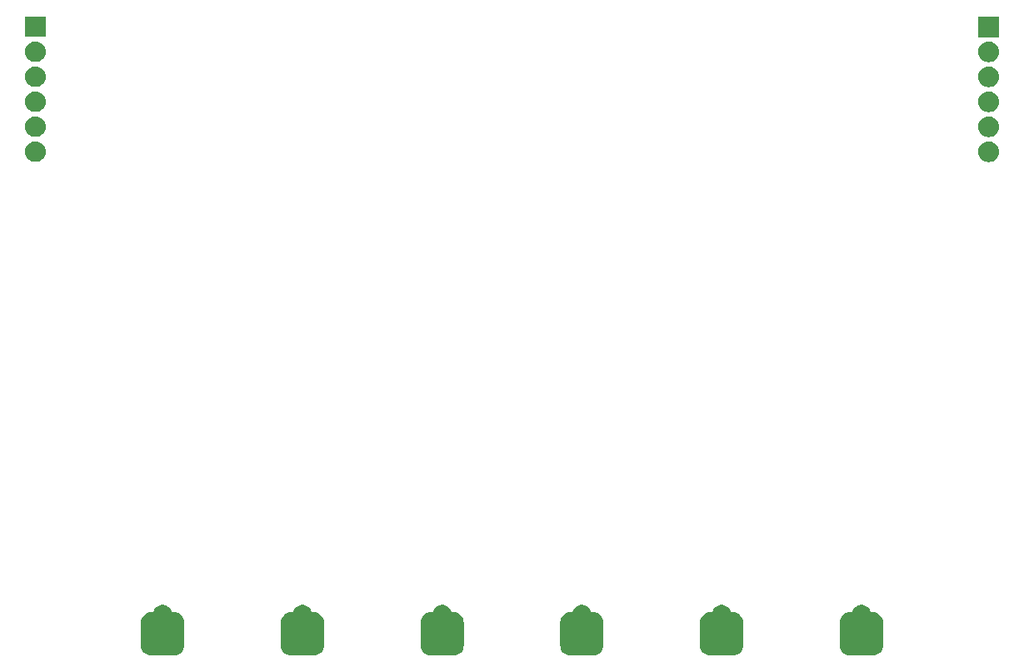
<source format=gbr>
G04 #@! TF.GenerationSoftware,KiCad,Pcbnew,5.0.2-bee76a0~70~ubuntu18.04.1*
G04 #@! TF.CreationDate,2018-12-10T16:15:13+09:00*
G04 #@! TF.ProjectId,2019_01,32303139-5f30-4312-9e6b-696361645f70,rev?*
G04 #@! TF.SameCoordinates,Original*
G04 #@! TF.FileFunction,Soldermask,Bot*
G04 #@! TF.FilePolarity,Negative*
%FSLAX46Y46*%
G04 Gerber Fmt 4.6, Leading zero omitted, Abs format (unit mm)*
G04 Created by KiCad (PCBNEW 5.0.2-bee76a0~70~ubuntu18.04.1) date 2018年12月10日 16時15分13秒*
%MOMM*%
%LPD*%
G01*
G04 APERTURE LIST*
%ADD10C,0.100000*%
G04 APERTURE END LIST*
D10*
G36*
X151345603Y-100020568D02*
X151345606Y-100020569D01*
X151345605Y-100020569D01*
X151520678Y-100093086D01*
X151520679Y-100093087D01*
X151678241Y-100198367D01*
X151812233Y-100332359D01*
X151812234Y-100332361D01*
X151917514Y-100489922D01*
X151951119Y-100571052D01*
X151991457Y-100668436D01*
X152003009Y-100690047D01*
X152018554Y-100708989D01*
X152037496Y-100724534D01*
X152059107Y-100736085D01*
X152082556Y-100743198D01*
X152106942Y-100745600D01*
X152221360Y-100745600D01*
X152429784Y-100766128D01*
X152624304Y-100825135D01*
X152803566Y-100920953D01*
X152960696Y-101049904D01*
X153089647Y-101207034D01*
X153185465Y-101386296D01*
X153244472Y-101580816D01*
X153265000Y-101789240D01*
X153265000Y-104101960D01*
X153244472Y-104310384D01*
X153185465Y-104504904D01*
X153089647Y-104684166D01*
X152960696Y-104841296D01*
X152803566Y-104970247D01*
X152624304Y-105066065D01*
X152429784Y-105125072D01*
X152221360Y-105145600D01*
X149908640Y-105145600D01*
X149700216Y-105125072D01*
X149505696Y-105066065D01*
X149326434Y-104970247D01*
X149169304Y-104841296D01*
X149040353Y-104684166D01*
X148944535Y-104504904D01*
X148885528Y-104310384D01*
X148865000Y-104101960D01*
X148865000Y-101789240D01*
X148885528Y-101580816D01*
X148944535Y-101386296D01*
X149040353Y-101207034D01*
X149169304Y-101049904D01*
X149326434Y-100920953D01*
X149505696Y-100825135D01*
X149700216Y-100766128D01*
X149908640Y-100745600D01*
X150023058Y-100745600D01*
X150047444Y-100743198D01*
X150070893Y-100736085D01*
X150092504Y-100724534D01*
X150111446Y-100708988D01*
X150126992Y-100690046D01*
X150138543Y-100668436D01*
X150178881Y-100571052D01*
X150212486Y-100489922D01*
X150317766Y-100332361D01*
X150317767Y-100332359D01*
X150451759Y-100198367D01*
X150609321Y-100093087D01*
X150609322Y-100093086D01*
X150784395Y-100020569D01*
X150784394Y-100020569D01*
X150784397Y-100020568D01*
X150970250Y-99983600D01*
X151159750Y-99983600D01*
X151345603Y-100020568D01*
X151345603Y-100020568D01*
G37*
G36*
X165545603Y-100020568D02*
X165545606Y-100020569D01*
X165545605Y-100020569D01*
X165720678Y-100093086D01*
X165720679Y-100093087D01*
X165878241Y-100198367D01*
X166012233Y-100332359D01*
X166012234Y-100332361D01*
X166117514Y-100489922D01*
X166151119Y-100571052D01*
X166191457Y-100668436D01*
X166203009Y-100690047D01*
X166218554Y-100708989D01*
X166237496Y-100724534D01*
X166259107Y-100736085D01*
X166282556Y-100743198D01*
X166306942Y-100745600D01*
X166421360Y-100745600D01*
X166629784Y-100766128D01*
X166824304Y-100825135D01*
X167003566Y-100920953D01*
X167160696Y-101049904D01*
X167289647Y-101207034D01*
X167385465Y-101386296D01*
X167444472Y-101580816D01*
X167465000Y-101789240D01*
X167465000Y-104101960D01*
X167444472Y-104310384D01*
X167385465Y-104504904D01*
X167289647Y-104684166D01*
X167160696Y-104841296D01*
X167003566Y-104970247D01*
X166824304Y-105066065D01*
X166629784Y-105125072D01*
X166421360Y-105145600D01*
X164108640Y-105145600D01*
X163900216Y-105125072D01*
X163705696Y-105066065D01*
X163526434Y-104970247D01*
X163369304Y-104841296D01*
X163240353Y-104684166D01*
X163144535Y-104504904D01*
X163085528Y-104310384D01*
X163065000Y-104101960D01*
X163065000Y-101789240D01*
X163085528Y-101580816D01*
X163144535Y-101386296D01*
X163240353Y-101207034D01*
X163369304Y-101049904D01*
X163526434Y-100920953D01*
X163705696Y-100825135D01*
X163900216Y-100766128D01*
X164108640Y-100745600D01*
X164223058Y-100745600D01*
X164247444Y-100743198D01*
X164270893Y-100736085D01*
X164292504Y-100724534D01*
X164311446Y-100708988D01*
X164326992Y-100690046D01*
X164338543Y-100668436D01*
X164378881Y-100571052D01*
X164412486Y-100489922D01*
X164517766Y-100332361D01*
X164517767Y-100332359D01*
X164651759Y-100198367D01*
X164809321Y-100093087D01*
X164809322Y-100093086D01*
X164984395Y-100020569D01*
X164984394Y-100020569D01*
X164984397Y-100020568D01*
X165170250Y-99983600D01*
X165359750Y-99983600D01*
X165545603Y-100020568D01*
X165545603Y-100020568D01*
G37*
G36*
X222345603Y-100020568D02*
X222345606Y-100020569D01*
X222345605Y-100020569D01*
X222520678Y-100093086D01*
X222520679Y-100093087D01*
X222678241Y-100198367D01*
X222812233Y-100332359D01*
X222812234Y-100332361D01*
X222917514Y-100489922D01*
X222951119Y-100571052D01*
X222991457Y-100668436D01*
X223003009Y-100690047D01*
X223018554Y-100708989D01*
X223037496Y-100724534D01*
X223059107Y-100736085D01*
X223082556Y-100743198D01*
X223106942Y-100745600D01*
X223221360Y-100745600D01*
X223429784Y-100766128D01*
X223624304Y-100825135D01*
X223803566Y-100920953D01*
X223960696Y-101049904D01*
X224089647Y-101207034D01*
X224185465Y-101386296D01*
X224244472Y-101580816D01*
X224265000Y-101789240D01*
X224265000Y-104101960D01*
X224244472Y-104310384D01*
X224185465Y-104504904D01*
X224089647Y-104684166D01*
X223960696Y-104841296D01*
X223803566Y-104970247D01*
X223624304Y-105066065D01*
X223429784Y-105125072D01*
X223221360Y-105145600D01*
X220908640Y-105145600D01*
X220700216Y-105125072D01*
X220505696Y-105066065D01*
X220326434Y-104970247D01*
X220169304Y-104841296D01*
X220040353Y-104684166D01*
X219944535Y-104504904D01*
X219885528Y-104310384D01*
X219865000Y-104101960D01*
X219865000Y-101789240D01*
X219885528Y-101580816D01*
X219944535Y-101386296D01*
X220040353Y-101207034D01*
X220169304Y-101049904D01*
X220326434Y-100920953D01*
X220505696Y-100825135D01*
X220700216Y-100766128D01*
X220908640Y-100745600D01*
X221023058Y-100745600D01*
X221047444Y-100743198D01*
X221070893Y-100736085D01*
X221092504Y-100724534D01*
X221111446Y-100708988D01*
X221126992Y-100690046D01*
X221138543Y-100668436D01*
X221178881Y-100571052D01*
X221212486Y-100489922D01*
X221317766Y-100332361D01*
X221317767Y-100332359D01*
X221451759Y-100198367D01*
X221609321Y-100093087D01*
X221609322Y-100093086D01*
X221784395Y-100020569D01*
X221784394Y-100020569D01*
X221784397Y-100020568D01*
X221970250Y-99983600D01*
X222159750Y-99983600D01*
X222345603Y-100020568D01*
X222345603Y-100020568D01*
G37*
G36*
X179745603Y-100020568D02*
X179745606Y-100020569D01*
X179745605Y-100020569D01*
X179920678Y-100093086D01*
X179920679Y-100093087D01*
X180078241Y-100198367D01*
X180212233Y-100332359D01*
X180212234Y-100332361D01*
X180317514Y-100489922D01*
X180351119Y-100571052D01*
X180391457Y-100668436D01*
X180403009Y-100690047D01*
X180418554Y-100708989D01*
X180437496Y-100724534D01*
X180459107Y-100736085D01*
X180482556Y-100743198D01*
X180506942Y-100745600D01*
X180621360Y-100745600D01*
X180829784Y-100766128D01*
X181024304Y-100825135D01*
X181203566Y-100920953D01*
X181360696Y-101049904D01*
X181489647Y-101207034D01*
X181585465Y-101386296D01*
X181644472Y-101580816D01*
X181665000Y-101789240D01*
X181665000Y-104101960D01*
X181644472Y-104310384D01*
X181585465Y-104504904D01*
X181489647Y-104684166D01*
X181360696Y-104841296D01*
X181203566Y-104970247D01*
X181024304Y-105066065D01*
X180829784Y-105125072D01*
X180621360Y-105145600D01*
X178308640Y-105145600D01*
X178100216Y-105125072D01*
X177905696Y-105066065D01*
X177726434Y-104970247D01*
X177569304Y-104841296D01*
X177440353Y-104684166D01*
X177344535Y-104504904D01*
X177285528Y-104310384D01*
X177265000Y-104101960D01*
X177265000Y-101789240D01*
X177285528Y-101580816D01*
X177344535Y-101386296D01*
X177440353Y-101207034D01*
X177569304Y-101049904D01*
X177726434Y-100920953D01*
X177905696Y-100825135D01*
X178100216Y-100766128D01*
X178308640Y-100745600D01*
X178423058Y-100745600D01*
X178447444Y-100743198D01*
X178470893Y-100736085D01*
X178492504Y-100724534D01*
X178511446Y-100708988D01*
X178526992Y-100690046D01*
X178538543Y-100668436D01*
X178578881Y-100571052D01*
X178612486Y-100489922D01*
X178717766Y-100332361D01*
X178717767Y-100332359D01*
X178851759Y-100198367D01*
X179009321Y-100093087D01*
X179009322Y-100093086D01*
X179184395Y-100020569D01*
X179184394Y-100020569D01*
X179184397Y-100020568D01*
X179370250Y-99983600D01*
X179559750Y-99983600D01*
X179745603Y-100020568D01*
X179745603Y-100020568D01*
G37*
G36*
X193945603Y-100020568D02*
X193945606Y-100020569D01*
X193945605Y-100020569D01*
X194120678Y-100093086D01*
X194120679Y-100093087D01*
X194278241Y-100198367D01*
X194412233Y-100332359D01*
X194412234Y-100332361D01*
X194517514Y-100489922D01*
X194551119Y-100571052D01*
X194591457Y-100668436D01*
X194603009Y-100690047D01*
X194618554Y-100708989D01*
X194637496Y-100724534D01*
X194659107Y-100736085D01*
X194682556Y-100743198D01*
X194706942Y-100745600D01*
X194821360Y-100745600D01*
X195029784Y-100766128D01*
X195224304Y-100825135D01*
X195403566Y-100920953D01*
X195560696Y-101049904D01*
X195689647Y-101207034D01*
X195785465Y-101386296D01*
X195844472Y-101580816D01*
X195865000Y-101789240D01*
X195865000Y-104101960D01*
X195844472Y-104310384D01*
X195785465Y-104504904D01*
X195689647Y-104684166D01*
X195560696Y-104841296D01*
X195403566Y-104970247D01*
X195224304Y-105066065D01*
X195029784Y-105125072D01*
X194821360Y-105145600D01*
X192508640Y-105145600D01*
X192300216Y-105125072D01*
X192105696Y-105066065D01*
X191926434Y-104970247D01*
X191769304Y-104841296D01*
X191640353Y-104684166D01*
X191544535Y-104504904D01*
X191485528Y-104310384D01*
X191465000Y-104101960D01*
X191465000Y-101789240D01*
X191485528Y-101580816D01*
X191544535Y-101386296D01*
X191640353Y-101207034D01*
X191769304Y-101049904D01*
X191926434Y-100920953D01*
X192105696Y-100825135D01*
X192300216Y-100766128D01*
X192508640Y-100745600D01*
X192623058Y-100745600D01*
X192647444Y-100743198D01*
X192670893Y-100736085D01*
X192692504Y-100724534D01*
X192711446Y-100708988D01*
X192726992Y-100690046D01*
X192738543Y-100668436D01*
X192778881Y-100571052D01*
X192812486Y-100489922D01*
X192917766Y-100332361D01*
X192917767Y-100332359D01*
X193051759Y-100198367D01*
X193209321Y-100093087D01*
X193209322Y-100093086D01*
X193384395Y-100020569D01*
X193384394Y-100020569D01*
X193384397Y-100020568D01*
X193570250Y-99983600D01*
X193759750Y-99983600D01*
X193945603Y-100020568D01*
X193945603Y-100020568D01*
G37*
G36*
X208145603Y-100020568D02*
X208145606Y-100020569D01*
X208145605Y-100020569D01*
X208320678Y-100093086D01*
X208320679Y-100093087D01*
X208478241Y-100198367D01*
X208612233Y-100332359D01*
X208612234Y-100332361D01*
X208717514Y-100489922D01*
X208751119Y-100571052D01*
X208791457Y-100668436D01*
X208803009Y-100690047D01*
X208818554Y-100708989D01*
X208837496Y-100724534D01*
X208859107Y-100736085D01*
X208882556Y-100743198D01*
X208906942Y-100745600D01*
X209021360Y-100745600D01*
X209229784Y-100766128D01*
X209424304Y-100825135D01*
X209603566Y-100920953D01*
X209760696Y-101049904D01*
X209889647Y-101207034D01*
X209985465Y-101386296D01*
X210044472Y-101580816D01*
X210065000Y-101789240D01*
X210065000Y-104101960D01*
X210044472Y-104310384D01*
X209985465Y-104504904D01*
X209889647Y-104684166D01*
X209760696Y-104841296D01*
X209603566Y-104970247D01*
X209424304Y-105066065D01*
X209229784Y-105125072D01*
X209021360Y-105145600D01*
X206708640Y-105145600D01*
X206500216Y-105125072D01*
X206305696Y-105066065D01*
X206126434Y-104970247D01*
X205969304Y-104841296D01*
X205840353Y-104684166D01*
X205744535Y-104504904D01*
X205685528Y-104310384D01*
X205665000Y-104101960D01*
X205665000Y-101789240D01*
X205685528Y-101580816D01*
X205744535Y-101386296D01*
X205840353Y-101207034D01*
X205969304Y-101049904D01*
X206126434Y-100920953D01*
X206305696Y-100825135D01*
X206500216Y-100766128D01*
X206708640Y-100745600D01*
X206823058Y-100745600D01*
X206847444Y-100743198D01*
X206870893Y-100736085D01*
X206892504Y-100724534D01*
X206911446Y-100708988D01*
X206926992Y-100690046D01*
X206938543Y-100668436D01*
X206978881Y-100571052D01*
X207012486Y-100489922D01*
X207117766Y-100332361D01*
X207117767Y-100332359D01*
X207251759Y-100198367D01*
X207409321Y-100093087D01*
X207409322Y-100093086D01*
X207584395Y-100020569D01*
X207584394Y-100020569D01*
X207584397Y-100020568D01*
X207770250Y-99983600D01*
X207959750Y-99983600D01*
X208145603Y-100020568D01*
X208145603Y-100020568D01*
G37*
G36*
X235134707Y-52876697D02*
X235211836Y-52884293D01*
X235343787Y-52924320D01*
X235409763Y-52944333D01*
X235592172Y-53041833D01*
X235752054Y-53173046D01*
X235883267Y-53332928D01*
X235980767Y-53515337D01*
X235980767Y-53515338D01*
X236040807Y-53713264D01*
X236061080Y-53919100D01*
X236040807Y-54124936D01*
X236000780Y-54256887D01*
X235980767Y-54322863D01*
X235883267Y-54505272D01*
X235752054Y-54665154D01*
X235592172Y-54796367D01*
X235409763Y-54893867D01*
X235343787Y-54913880D01*
X235211836Y-54953907D01*
X235134707Y-54961503D01*
X235057580Y-54969100D01*
X234954420Y-54969100D01*
X234877293Y-54961503D01*
X234800164Y-54953907D01*
X234668213Y-54913880D01*
X234602237Y-54893867D01*
X234419828Y-54796367D01*
X234259946Y-54665154D01*
X234128733Y-54505272D01*
X234031233Y-54322863D01*
X234011220Y-54256887D01*
X233971193Y-54124936D01*
X233950920Y-53919100D01*
X233971193Y-53713264D01*
X234031233Y-53515338D01*
X234031233Y-53515337D01*
X234128733Y-53332928D01*
X234259946Y-53173046D01*
X234419828Y-53041833D01*
X234602237Y-52944333D01*
X234668213Y-52924320D01*
X234800164Y-52884293D01*
X234877293Y-52876697D01*
X234954420Y-52869100D01*
X235057580Y-52869100D01*
X235134707Y-52876697D01*
X235134707Y-52876697D01*
G37*
G36*
X138248707Y-52871596D02*
X138325836Y-52879193D01*
X138457787Y-52919220D01*
X138523763Y-52939233D01*
X138706172Y-53036733D01*
X138866054Y-53167946D01*
X138997267Y-53327828D01*
X139094767Y-53510237D01*
X139094767Y-53510238D01*
X139154807Y-53708164D01*
X139175080Y-53914000D01*
X139154807Y-54119836D01*
X139114780Y-54251787D01*
X139094767Y-54317763D01*
X138997267Y-54500172D01*
X138866054Y-54660054D01*
X138706172Y-54791267D01*
X138523763Y-54888767D01*
X138457787Y-54908780D01*
X138325836Y-54948807D01*
X138248707Y-54956404D01*
X138171580Y-54964000D01*
X138068420Y-54964000D01*
X137991293Y-54956404D01*
X137914164Y-54948807D01*
X137782213Y-54908780D01*
X137716237Y-54888767D01*
X137533828Y-54791267D01*
X137373946Y-54660054D01*
X137242733Y-54500172D01*
X137145233Y-54317763D01*
X137125220Y-54251787D01*
X137085193Y-54119836D01*
X137064920Y-53914000D01*
X137085193Y-53708164D01*
X137145233Y-53510238D01*
X137145233Y-53510237D01*
X137242733Y-53327828D01*
X137373946Y-53167946D01*
X137533828Y-53036733D01*
X137716237Y-52939233D01*
X137782213Y-52919220D01*
X137914164Y-52879193D01*
X137991293Y-52871596D01*
X138068420Y-52864000D01*
X138171580Y-52864000D01*
X138248707Y-52871596D01*
X138248707Y-52871596D01*
G37*
G36*
X235134707Y-50336696D02*
X235211836Y-50344293D01*
X235343787Y-50384320D01*
X235409763Y-50404333D01*
X235592172Y-50501833D01*
X235752054Y-50633046D01*
X235883267Y-50792928D01*
X235980767Y-50975337D01*
X235980767Y-50975338D01*
X236040807Y-51173264D01*
X236061080Y-51379100D01*
X236040807Y-51584936D01*
X236000780Y-51716887D01*
X235980767Y-51782863D01*
X235883267Y-51965272D01*
X235752054Y-52125154D01*
X235592172Y-52256367D01*
X235409763Y-52353867D01*
X235343787Y-52373880D01*
X235211836Y-52413907D01*
X235134707Y-52421503D01*
X235057580Y-52429100D01*
X234954420Y-52429100D01*
X234877293Y-52421504D01*
X234800164Y-52413907D01*
X234668213Y-52373880D01*
X234602237Y-52353867D01*
X234419828Y-52256367D01*
X234259946Y-52125154D01*
X234128733Y-51965272D01*
X234031233Y-51782863D01*
X234011220Y-51716887D01*
X233971193Y-51584936D01*
X233950920Y-51379100D01*
X233971193Y-51173264D01*
X234031233Y-50975338D01*
X234031233Y-50975337D01*
X234128733Y-50792928D01*
X234259946Y-50633046D01*
X234419828Y-50501833D01*
X234602237Y-50404333D01*
X234668213Y-50384320D01*
X234800164Y-50344293D01*
X234877293Y-50336696D01*
X234954420Y-50329100D01*
X235057580Y-50329100D01*
X235134707Y-50336696D01*
X235134707Y-50336696D01*
G37*
G36*
X138248707Y-50331597D02*
X138325836Y-50339193D01*
X138457787Y-50379220D01*
X138523763Y-50399233D01*
X138706172Y-50496733D01*
X138866054Y-50627946D01*
X138997267Y-50787828D01*
X139094767Y-50970237D01*
X139094767Y-50970238D01*
X139154807Y-51168164D01*
X139175080Y-51374000D01*
X139154807Y-51579836D01*
X139114780Y-51711787D01*
X139094767Y-51777763D01*
X138997267Y-51960172D01*
X138866054Y-52120054D01*
X138706172Y-52251267D01*
X138523763Y-52348767D01*
X138457787Y-52368780D01*
X138325836Y-52408807D01*
X138248707Y-52416403D01*
X138171580Y-52424000D01*
X138068420Y-52424000D01*
X137991293Y-52416404D01*
X137914164Y-52408807D01*
X137782213Y-52368780D01*
X137716237Y-52348767D01*
X137533828Y-52251267D01*
X137373946Y-52120054D01*
X137242733Y-51960172D01*
X137145233Y-51777763D01*
X137125220Y-51711787D01*
X137085193Y-51579836D01*
X137064920Y-51374000D01*
X137085193Y-51168164D01*
X137145233Y-50970238D01*
X137145233Y-50970237D01*
X137242733Y-50787828D01*
X137373946Y-50627946D01*
X137533828Y-50496733D01*
X137716237Y-50399233D01*
X137782213Y-50379220D01*
X137914164Y-50339193D01*
X137991293Y-50331597D01*
X138068420Y-50324000D01*
X138171580Y-50324000D01*
X138248707Y-50331597D01*
X138248707Y-50331597D01*
G37*
G36*
X235134707Y-47796696D02*
X235211836Y-47804293D01*
X235343787Y-47844320D01*
X235409763Y-47864333D01*
X235592172Y-47961833D01*
X235752054Y-48093046D01*
X235883267Y-48252928D01*
X235980767Y-48435337D01*
X235980767Y-48435338D01*
X236040807Y-48633264D01*
X236061080Y-48839100D01*
X236040807Y-49044936D01*
X236000780Y-49176887D01*
X235980767Y-49242863D01*
X235883267Y-49425272D01*
X235752054Y-49585154D01*
X235592172Y-49716367D01*
X235409763Y-49813867D01*
X235343787Y-49833880D01*
X235211836Y-49873907D01*
X235134707Y-49881504D01*
X235057580Y-49889100D01*
X234954420Y-49889100D01*
X234877293Y-49881503D01*
X234800164Y-49873907D01*
X234668213Y-49833880D01*
X234602237Y-49813867D01*
X234419828Y-49716367D01*
X234259946Y-49585154D01*
X234128733Y-49425272D01*
X234031233Y-49242863D01*
X234011220Y-49176887D01*
X233971193Y-49044936D01*
X233950920Y-48839100D01*
X233971193Y-48633264D01*
X234031233Y-48435338D01*
X234031233Y-48435337D01*
X234128733Y-48252928D01*
X234259946Y-48093046D01*
X234419828Y-47961833D01*
X234602237Y-47864333D01*
X234668213Y-47844320D01*
X234800164Y-47804293D01*
X234877293Y-47796696D01*
X234954420Y-47789100D01*
X235057580Y-47789100D01*
X235134707Y-47796696D01*
X235134707Y-47796696D01*
G37*
G36*
X138248707Y-47791596D02*
X138325836Y-47799193D01*
X138457787Y-47839220D01*
X138523763Y-47859233D01*
X138706172Y-47956733D01*
X138866054Y-48087946D01*
X138997267Y-48247828D01*
X139094767Y-48430237D01*
X139094767Y-48430238D01*
X139154807Y-48628164D01*
X139175080Y-48834000D01*
X139154807Y-49039836D01*
X139114780Y-49171787D01*
X139094767Y-49237763D01*
X138997267Y-49420172D01*
X138866054Y-49580054D01*
X138706172Y-49711267D01*
X138523763Y-49808767D01*
X138457787Y-49828780D01*
X138325836Y-49868807D01*
X138248707Y-49876404D01*
X138171580Y-49884000D01*
X138068420Y-49884000D01*
X137991293Y-49876404D01*
X137914164Y-49868807D01*
X137782213Y-49828780D01*
X137716237Y-49808767D01*
X137533828Y-49711267D01*
X137373946Y-49580054D01*
X137242733Y-49420172D01*
X137145233Y-49237763D01*
X137125220Y-49171787D01*
X137085193Y-49039836D01*
X137064920Y-48834000D01*
X137085193Y-48628164D01*
X137145233Y-48430238D01*
X137145233Y-48430237D01*
X137242733Y-48247828D01*
X137373946Y-48087946D01*
X137533828Y-47956733D01*
X137716237Y-47859233D01*
X137782213Y-47839220D01*
X137914164Y-47799193D01*
X137991293Y-47791596D01*
X138068420Y-47784000D01*
X138171580Y-47784000D01*
X138248707Y-47791596D01*
X138248707Y-47791596D01*
G37*
G36*
X235134707Y-45256696D02*
X235211836Y-45264293D01*
X235343787Y-45304320D01*
X235409763Y-45324333D01*
X235592172Y-45421833D01*
X235752054Y-45553046D01*
X235883267Y-45712928D01*
X235980767Y-45895337D01*
X235980767Y-45895338D01*
X236040807Y-46093264D01*
X236061080Y-46299100D01*
X236040807Y-46504936D01*
X236000780Y-46636887D01*
X235980767Y-46702863D01*
X235883267Y-46885272D01*
X235752054Y-47045154D01*
X235592172Y-47176367D01*
X235409763Y-47273867D01*
X235343787Y-47293880D01*
X235211836Y-47333907D01*
X235134707Y-47341503D01*
X235057580Y-47349100D01*
X234954420Y-47349100D01*
X234877293Y-47341503D01*
X234800164Y-47333907D01*
X234668213Y-47293880D01*
X234602237Y-47273867D01*
X234419828Y-47176367D01*
X234259946Y-47045154D01*
X234128733Y-46885272D01*
X234031233Y-46702863D01*
X234011220Y-46636887D01*
X233971193Y-46504936D01*
X233950920Y-46299100D01*
X233971193Y-46093264D01*
X234031233Y-45895338D01*
X234031233Y-45895337D01*
X234128733Y-45712928D01*
X234259946Y-45553046D01*
X234419828Y-45421833D01*
X234602237Y-45324333D01*
X234668213Y-45304320D01*
X234800164Y-45264293D01*
X234877293Y-45256696D01*
X234954420Y-45249100D01*
X235057580Y-45249100D01*
X235134707Y-45256696D01*
X235134707Y-45256696D01*
G37*
G36*
X138248707Y-45251596D02*
X138325836Y-45259193D01*
X138457787Y-45299220D01*
X138523763Y-45319233D01*
X138706172Y-45416733D01*
X138866054Y-45547946D01*
X138997267Y-45707828D01*
X139094767Y-45890237D01*
X139094767Y-45890238D01*
X139154807Y-46088164D01*
X139175080Y-46294000D01*
X139154807Y-46499836D01*
X139114780Y-46631787D01*
X139094767Y-46697763D01*
X138997267Y-46880172D01*
X138866054Y-47040054D01*
X138706172Y-47171267D01*
X138523763Y-47268767D01*
X138457787Y-47288780D01*
X138325836Y-47328807D01*
X138248707Y-47336403D01*
X138171580Y-47344000D01*
X138068420Y-47344000D01*
X137991293Y-47336404D01*
X137914164Y-47328807D01*
X137782213Y-47288780D01*
X137716237Y-47268767D01*
X137533828Y-47171267D01*
X137373946Y-47040054D01*
X137242733Y-46880172D01*
X137145233Y-46697763D01*
X137125220Y-46631787D01*
X137085193Y-46499836D01*
X137064920Y-46294000D01*
X137085193Y-46088164D01*
X137145233Y-45890238D01*
X137145233Y-45890237D01*
X137242733Y-45707828D01*
X137373946Y-45547946D01*
X137533828Y-45416733D01*
X137716237Y-45319233D01*
X137782213Y-45299220D01*
X137914164Y-45259193D01*
X137991293Y-45251596D01*
X138068420Y-45244000D01*
X138171580Y-45244000D01*
X138248707Y-45251596D01*
X138248707Y-45251596D01*
G37*
G36*
X235134707Y-42716697D02*
X235211836Y-42724293D01*
X235343787Y-42764320D01*
X235409763Y-42784333D01*
X235592172Y-42881833D01*
X235752054Y-43013046D01*
X235883267Y-43172928D01*
X235980767Y-43355337D01*
X235980767Y-43355338D01*
X236040807Y-43553264D01*
X236061080Y-43759100D01*
X236040807Y-43964936D01*
X236000780Y-44096887D01*
X235980767Y-44162863D01*
X235883267Y-44345272D01*
X235752054Y-44505154D01*
X235592172Y-44636367D01*
X235409763Y-44733867D01*
X235343787Y-44753880D01*
X235211836Y-44793907D01*
X235134707Y-44801504D01*
X235057580Y-44809100D01*
X234954420Y-44809100D01*
X234877293Y-44801504D01*
X234800164Y-44793907D01*
X234668213Y-44753880D01*
X234602237Y-44733867D01*
X234419828Y-44636367D01*
X234259946Y-44505154D01*
X234128733Y-44345272D01*
X234031233Y-44162863D01*
X234011220Y-44096887D01*
X233971193Y-43964936D01*
X233950920Y-43759100D01*
X233971193Y-43553264D01*
X234031233Y-43355338D01*
X234031233Y-43355337D01*
X234128733Y-43172928D01*
X234259946Y-43013046D01*
X234419828Y-42881833D01*
X234602237Y-42784333D01*
X234668213Y-42764320D01*
X234800164Y-42724293D01*
X234877293Y-42716697D01*
X234954420Y-42709100D01*
X235057580Y-42709100D01*
X235134707Y-42716697D01*
X235134707Y-42716697D01*
G37*
G36*
X138248707Y-42711596D02*
X138325836Y-42719193D01*
X138457787Y-42759220D01*
X138523763Y-42779233D01*
X138706172Y-42876733D01*
X138866054Y-43007946D01*
X138997267Y-43167828D01*
X139094767Y-43350237D01*
X139094767Y-43350238D01*
X139154807Y-43548164D01*
X139175080Y-43754000D01*
X139154807Y-43959836D01*
X139114780Y-44091787D01*
X139094767Y-44157763D01*
X138997267Y-44340172D01*
X138866054Y-44500054D01*
X138706172Y-44631267D01*
X138523763Y-44728767D01*
X138457787Y-44748780D01*
X138325836Y-44788807D01*
X138248707Y-44796403D01*
X138171580Y-44804000D01*
X138068420Y-44804000D01*
X137991293Y-44796404D01*
X137914164Y-44788807D01*
X137782213Y-44748780D01*
X137716237Y-44728767D01*
X137533828Y-44631267D01*
X137373946Y-44500054D01*
X137242733Y-44340172D01*
X137145233Y-44157763D01*
X137125220Y-44091787D01*
X137085193Y-43959836D01*
X137064920Y-43754000D01*
X137085193Y-43548164D01*
X137145233Y-43350238D01*
X137145233Y-43350237D01*
X137242733Y-43167828D01*
X137373946Y-43007946D01*
X137533828Y-42876733D01*
X137716237Y-42779233D01*
X137782213Y-42759220D01*
X137914164Y-42719193D01*
X137991293Y-42711597D01*
X138068420Y-42704000D01*
X138171580Y-42704000D01*
X138248707Y-42711596D01*
X138248707Y-42711596D01*
G37*
G36*
X236056000Y-42269100D02*
X233956000Y-42269100D01*
X233956000Y-40169100D01*
X236056000Y-40169100D01*
X236056000Y-42269100D01*
X236056000Y-42269100D01*
G37*
G36*
X139170000Y-42264000D02*
X137070000Y-42264000D01*
X137070000Y-40164000D01*
X139170000Y-40164000D01*
X139170000Y-42264000D01*
X139170000Y-42264000D01*
G37*
M02*

</source>
